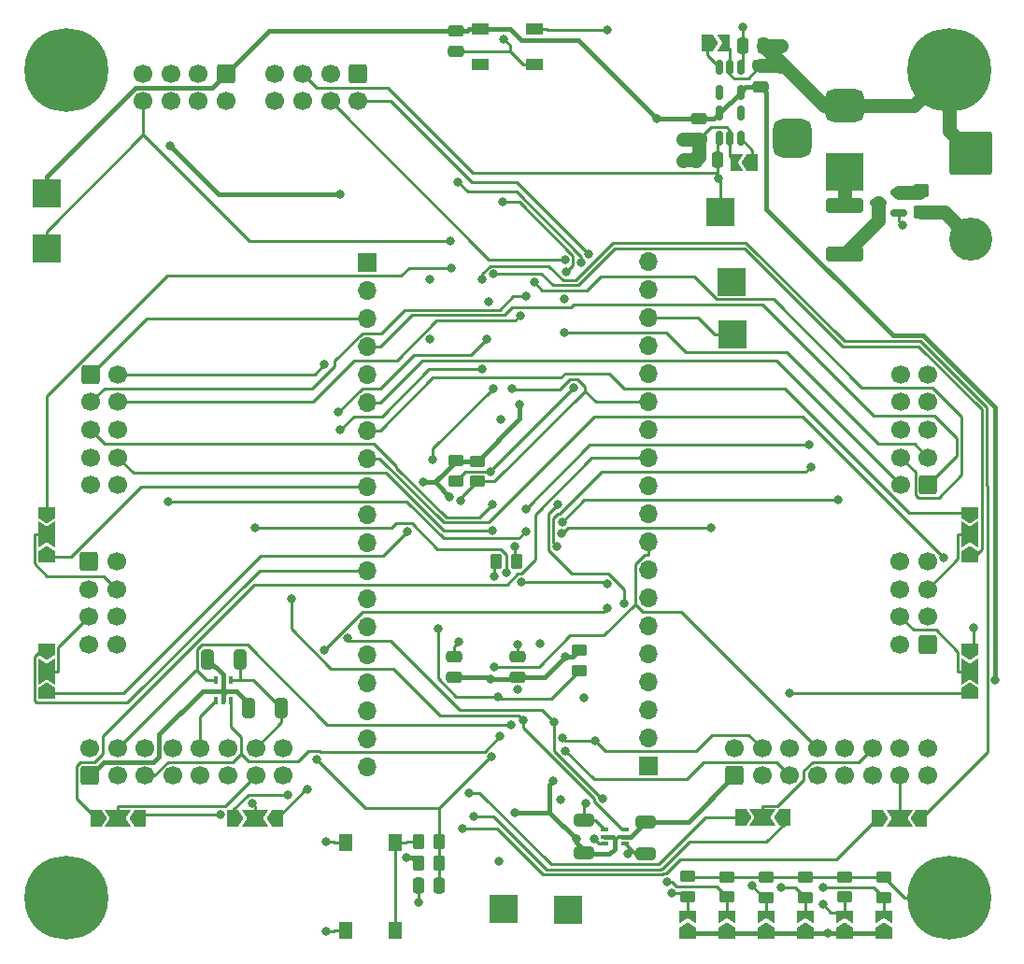
<source format=gbr>
%TF.GenerationSoftware,KiCad,Pcbnew,8.0.1-rc1*%
%TF.CreationDate,2024-04-06T08:28:56-04:00*%
%TF.ProjectId,ESP32_CHUNGUS_RAPIDUS,45535033-325f-4434-9855-4e4755535f52,rev?*%
%TF.SameCoordinates,Original*%
%TF.FileFunction,Copper,L1,Top*%
%TF.FilePolarity,Positive*%
%FSLAX46Y46*%
G04 Gerber Fmt 4.6, Leading zero omitted, Abs format (unit mm)*
G04 Created by KiCad (PCBNEW 8.0.1-rc1) date 2024-04-06 08:28:56*
%MOMM*%
%LPD*%
G01*
G04 APERTURE LIST*
G04 Aperture macros list*
%AMRoundRect*
0 Rectangle with rounded corners*
0 $1 Rounding radius*
0 $2 $3 $4 $5 $6 $7 $8 $9 X,Y pos of 4 corners*
0 Add a 4 corners polygon primitive as box body*
4,1,4,$2,$3,$4,$5,$6,$7,$8,$9,$2,$3,0*
0 Add four circle primitives for the rounded corners*
1,1,$1+$1,$2,$3*
1,1,$1+$1,$4,$5*
1,1,$1+$1,$6,$7*
1,1,$1+$1,$8,$9*
0 Add four rect primitives between the rounded corners*
20,1,$1+$1,$2,$3,$4,$5,0*
20,1,$1+$1,$4,$5,$6,$7,0*
20,1,$1+$1,$6,$7,$8,$9,0*
20,1,$1+$1,$8,$9,$2,$3,0*%
%AMFreePoly0*
4,1,6,1.000000,0.000000,0.500000,-0.750000,-0.500000,-0.750000,-0.500000,0.750000,0.500000,0.750000,1.000000,0.000000,1.000000,0.000000,$1*%
%AMFreePoly1*
4,1,7,0.700000,0.000000,1.200000,-0.750000,-1.200000,-0.750000,-0.700000,0.000000,-1.200000,0.750000,1.200000,0.750000,0.700000,0.000000,0.700000,0.000000,$1*%
%AMFreePoly2*
4,1,6,0.500000,-0.750000,-0.650000,-0.750000,-0.150000,0.000000,-0.650000,0.750000,0.500000,0.750000,0.500000,-0.750000,0.500000,-0.750000,$1*%
G04 Aperture macros list end*
%TA.AperFunction,SMDPad,CuDef*%
%ADD10RoundRect,0.250000X-0.450000X0.262500X-0.450000X-0.262500X0.450000X-0.262500X0.450000X0.262500X0*%
%TD*%
%TA.AperFunction,ComponentPad*%
%ADD11R,1.700000X1.700000*%
%TD*%
%TA.AperFunction,ComponentPad*%
%ADD12O,1.700000X1.700000*%
%TD*%
%TA.AperFunction,ComponentPad*%
%ADD13R,2.500000X2.500000*%
%TD*%
%TA.AperFunction,ComponentPad*%
%ADD14RoundRect,0.250000X0.600000X-0.600000X0.600000X0.600000X-0.600000X0.600000X-0.600000X-0.600000X0*%
%TD*%
%TA.AperFunction,ComponentPad*%
%ADD15C,1.700000*%
%TD*%
%TA.AperFunction,SMDPad,CuDef*%
%ADD16RoundRect,0.250000X0.450000X-0.262500X0.450000X0.262500X-0.450000X0.262500X-0.450000X-0.262500X0*%
%TD*%
%TA.AperFunction,SMDPad,CuDef*%
%ADD17RoundRect,0.250000X-0.325000X-0.650000X0.325000X-0.650000X0.325000X0.650000X-0.325000X0.650000X0*%
%TD*%
%TA.AperFunction,SMDPad,CuDef*%
%ADD18RoundRect,0.250000X-0.475000X0.250000X-0.475000X-0.250000X0.475000X-0.250000X0.475000X0.250000X0*%
%TD*%
%TA.AperFunction,ComponentPad*%
%ADD19C,7.600000*%
%TD*%
%TA.AperFunction,SMDPad,CuDef*%
%ADD20FreePoly0,0.000000*%
%TD*%
%TA.AperFunction,SMDPad,CuDef*%
%ADD21FreePoly1,0.000000*%
%TD*%
%TA.AperFunction,SMDPad,CuDef*%
%ADD22FreePoly0,180.000000*%
%TD*%
%TA.AperFunction,ComponentPad*%
%ADD23RoundRect,0.250002X-1.699998X1.699998X-1.699998X-1.699998X1.699998X-1.699998X1.699998X1.699998X0*%
%TD*%
%TA.AperFunction,ComponentPad*%
%ADD24C,3.900000*%
%TD*%
%TA.AperFunction,SMDPad,CuDef*%
%ADD25FreePoly0,90.000000*%
%TD*%
%TA.AperFunction,SMDPad,CuDef*%
%ADD26FreePoly2,90.000000*%
%TD*%
%TA.AperFunction,SMDPad,CuDef*%
%ADD27RoundRect,0.100000X-0.225000X-0.100000X0.225000X-0.100000X0.225000X0.100000X-0.225000X0.100000X0*%
%TD*%
%TA.AperFunction,SMDPad,CuDef*%
%ADD28R,1.500000X1.000000*%
%TD*%
%TA.AperFunction,SMDPad,CuDef*%
%ADD29RoundRect,0.250000X0.250000X0.475000X-0.250000X0.475000X-0.250000X-0.475000X0.250000X-0.475000X0*%
%TD*%
%TA.AperFunction,SMDPad,CuDef*%
%ADD30RoundRect,0.150000X0.587500X0.150000X-0.587500X0.150000X-0.587500X-0.150000X0.587500X-0.150000X0*%
%TD*%
%TA.AperFunction,SMDPad,CuDef*%
%ADD31RoundRect,0.150000X0.150000X-0.512500X0.150000X0.512500X-0.150000X0.512500X-0.150000X-0.512500X0*%
%TD*%
%TA.AperFunction,SMDPad,CuDef*%
%ADD32RoundRect,0.100000X0.100000X-0.225000X0.100000X0.225000X-0.100000X0.225000X-0.100000X-0.225000X0*%
%TD*%
%TA.AperFunction,SMDPad,CuDef*%
%ADD33FreePoly2,0.000000*%
%TD*%
%TA.AperFunction,SMDPad,CuDef*%
%ADD34FreePoly2,180.000000*%
%TD*%
%TA.AperFunction,SMDPad,CuDef*%
%ADD35RoundRect,0.250000X0.475000X-0.250000X0.475000X0.250000X-0.475000X0.250000X-0.475000X-0.250000X0*%
%TD*%
%TA.AperFunction,SMDPad,CuDef*%
%ADD36RoundRect,0.250000X-0.250000X-0.475000X0.250000X-0.475000X0.250000X0.475000X-0.250000X0.475000X0*%
%TD*%
%TA.AperFunction,SMDPad,CuDef*%
%ADD37FreePoly0,270.000000*%
%TD*%
%TA.AperFunction,SMDPad,CuDef*%
%ADD38FreePoly1,270.000000*%
%TD*%
%TA.AperFunction,SMDPad,CuDef*%
%ADD39RoundRect,0.150000X-0.150000X0.512500X-0.150000X-0.512500X0.150000X-0.512500X0.150000X0.512500X0*%
%TD*%
%TA.AperFunction,ComponentPad*%
%ADD40RoundRect,0.250000X-0.600000X-0.600000X0.600000X-0.600000X0.600000X0.600000X-0.600000X0.600000X0*%
%TD*%
%TA.AperFunction,SMDPad,CuDef*%
%ADD41RoundRect,0.250000X-0.650000X0.325000X-0.650000X-0.325000X0.650000X-0.325000X0.650000X0.325000X0*%
%TD*%
%TA.AperFunction,SMDPad,CuDef*%
%ADD42FreePoly1,90.000000*%
%TD*%
%TA.AperFunction,ComponentPad*%
%ADD43RoundRect,0.250000X0.600000X0.600000X-0.600000X0.600000X-0.600000X-0.600000X0.600000X-0.600000X0*%
%TD*%
%TA.AperFunction,SMDPad,CuDef*%
%ADD44RoundRect,0.250000X0.262500X0.450000X-0.262500X0.450000X-0.262500X-0.450000X0.262500X-0.450000X0*%
%TD*%
%TA.AperFunction,SMDPad,CuDef*%
%ADD45RoundRect,0.250000X-0.450000X0.350000X-0.450000X-0.350000X0.450000X-0.350000X0.450000X0.350000X0*%
%TD*%
%TA.AperFunction,ComponentPad*%
%ADD46RoundRect,0.250000X-0.600000X0.600000X-0.600000X-0.600000X0.600000X-0.600000X0.600000X0.600000X0*%
%TD*%
%TA.AperFunction,ComponentPad*%
%ADD47R,3.500000X3.500000*%
%TD*%
%TA.AperFunction,ComponentPad*%
%ADD48RoundRect,0.750000X-1.000000X0.750000X-1.000000X-0.750000X1.000000X-0.750000X1.000000X0.750000X0*%
%TD*%
%TA.AperFunction,ComponentPad*%
%ADD49RoundRect,0.875000X-0.875000X0.875000X-0.875000X-0.875000X0.875000X-0.875000X0.875000X0.875000X0*%
%TD*%
%TA.AperFunction,SMDPad,CuDef*%
%ADD50RoundRect,0.250000X-1.450000X0.400000X-1.450000X-0.400000X1.450000X-0.400000X1.450000X0.400000X0*%
%TD*%
%TA.AperFunction,SMDPad,CuDef*%
%ADD51RoundRect,0.250000X-0.262500X-0.450000X0.262500X-0.450000X0.262500X0.450000X-0.262500X0.450000X0*%
%TD*%
%TA.AperFunction,SMDPad,CuDef*%
%ADD52R,1.300000X1.550000*%
%TD*%
%TA.AperFunction,SMDPad,CuDef*%
%ADD53FreePoly1,180.000000*%
%TD*%
%TA.AperFunction,SMDPad,CuDef*%
%ADD54RoundRect,0.250000X0.650000X-0.325000X0.650000X0.325000X-0.650000X0.325000X-0.650000X-0.325000X0*%
%TD*%
%TA.AperFunction,ViaPad*%
%ADD55C,0.800000*%
%TD*%
%TA.AperFunction,Conductor*%
%ADD56C,0.250000*%
%TD*%
%TA.AperFunction,Conductor*%
%ADD57C,1.300000*%
%TD*%
%TA.AperFunction,Conductor*%
%ADD58C,0.400000*%
%TD*%
%TA.AperFunction,Conductor*%
%ADD59C,0.300000*%
%TD*%
G04 APERTURE END LIST*
D10*
%TO.P,A0,1*%
%TO.N,GND*%
X96430000Y-95786500D03*
%TO.P,A0,2*%
%TO.N,Net-(JP501-B)*%
X96430000Y-97611500D03*
%TD*%
D11*
%TO.P,J401,1,Pin_1*%
%TO.N,Vcc_3v3*%
X67390000Y-40110000D03*
D12*
%TO.P,J401,2,Pin_2*%
%TO.N,Enable*%
X67390000Y-42650000D03*
%TO.P,J401,3,Pin_3*%
%TO.N,MD_Han_Gau_CT*%
X67390000Y-45190000D03*
%TO.P,J401,4,Pin_4*%
%TO.N,MD_Han_Dro_CT*%
X67390000Y-47730000D03*
%TO.P,J401,5,Pin_5*%
%TO.N,MD_Gen_Gau_CT*%
X67390000Y-50270000D03*
%TO.P,J401,6,Pin_6*%
%TO.N,MD_Gen_Dro_CT*%
X67390000Y-52810000D03*
%TO.P,J401,7,Pin_7*%
%TO.N,GPIO32*%
X67390000Y-55350000D03*
%TO.P,J401,8,Pin_8*%
%TO.N,GPIO33*%
X67390000Y-57890000D03*
%TO.P,J401,9,Pin_9*%
%TO.N,GPIO25*%
X67390000Y-60430000D03*
%TO.P,J401,10,Pin_10*%
%TO.N,I2C_SDA_2*%
X67390000Y-62970000D03*
%TO.P,J401,11,Pin_11*%
%TO.N,I2C_SCL_2*%
X67390000Y-65510000D03*
%TO.P,J401,12,Pin_12*%
%TO.N,GPIO14*%
X67390000Y-68050000D03*
%TO.P,J401,13,Pin_13*%
%TO.N,GPIO12*%
X67390000Y-70590000D03*
%TO.P,J401,14,Pin_14*%
%TO.N,GND*%
X67390000Y-73130000D03*
%TO.P,J401,15,Pin_15*%
%TO.N,GPIO13*%
X67390000Y-75670000D03*
%TO.P,J401,16,Pin_16*%
%TO.N,unconnected-(J401-Pin_16-Pad16)*%
X67390000Y-78210000D03*
%TO.P,J401,17,Pin_17*%
%TO.N,unconnected-(J401-Pin_17-Pad17)*%
X67390000Y-80750000D03*
%TO.P,J401,18,Pin_18*%
%TO.N,unconnected-(J401-Pin_18-Pad18)*%
X67390000Y-83290000D03*
%TO.P,J401,19,Pin_19*%
%TO.N,Vcc_5V*%
X67390000Y-85830000D03*
%TD*%
D13*
%TO.P,TP407,1,1*%
%TO.N,M_SCL_I2C_3*%
X85600000Y-98800000D03*
%TD*%
%TO.P,TP404,1,1*%
%TO.N,I2C_SCL_1*%
X100430000Y-46660000D03*
%TD*%
D14*
%TO.P,I2C & Enco Droite,1,Pin_1*%
%TO.N,Vcc_3v3*%
X100650000Y-86660000D03*
D15*
%TO.P,I2C & Enco Droite,2,Pin_2*%
%TO.N,GND*%
X103150000Y-86660000D03*
%TO.P,I2C & Enco Droite,3,Pin_3*%
%TO.N,M_SCL_I2C_2*%
X105650000Y-86660000D03*
%TO.P,I2C & Enco Droite,4,Pin_4*%
%TO.N,GND*%
X108150000Y-86660000D03*
%TO.P,I2C & Enco Droite,5,Pin_5*%
%TO.N,Vcc_3v3*%
X110650000Y-86660000D03*
%TO.P,I2C & Enco Droite,6,Pin_6*%
%TO.N,GND*%
X113150000Y-86660000D03*
%TO.P,I2C & Enco Droite,7,Pin_7*%
%TO.N,ENC_Gen_Dro_IntA*%
X115650000Y-86660000D03*
%TO.P,I2C & Enco Droite,8,Pin_8*%
%TO.N,GND*%
X118150000Y-86660000D03*
%TO.P,I2C & Enco Droite,9,Pin_9*%
X100650000Y-84160000D03*
%TO.P,I2C & Enco Droite,10,Pin_10*%
%TO.N,M_SDA_I2C_2*%
X103150000Y-84160000D03*
%TO.P,I2C & Enco Droite,11,Pin_11*%
%TO.N,GND*%
X105650000Y-84160000D03*
%TO.P,I2C & Enco Droite,12,Pin_12*%
%TO.N,GPIO17*%
X108150000Y-84160000D03*
%TO.P,I2C & Enco Droite,13,Pin_13*%
%TO.N,GND*%
X110650000Y-84160000D03*
%TO.P,I2C & Enco Droite,14,Pin_14*%
%TO.N,ENC_Gen_Dro_IntB*%
X113150000Y-84160000D03*
%TO.P,I2C & Enco Droite,15,Pin_15*%
%TO.N,GND*%
X115650000Y-84160000D03*
%TO.P,I2C & Enco Droite,16,Pin_16*%
%TO.N,unconnected-(J305-Pin_16-Pad16)*%
X118150000Y-84160000D03*
%TD*%
D16*
%TO.P,R515,1*%
%TO.N,I2C_SCL_1*%
X75400000Y-59951500D03*
%TO.P,R515,2*%
%TO.N,Vcc_3v3*%
X75400000Y-58126500D03*
%TD*%
D10*
%TO.P,A4,1*%
%TO.N,GND*%
X110650000Y-95846500D03*
%TO.P,A4,2*%
%TO.N,Net-(JP507-B)*%
X110650000Y-97671500D03*
%TD*%
D17*
%TO.P,C205,1*%
%TO.N,Vcc_3v3*%
X52925000Y-76100000D03*
%TO.P,C205,2*%
%TO.N,GND*%
X55875000Y-76100000D03*
%TD*%
D18*
%TO.P,C401,1*%
%TO.N,Vcc_3v3*%
X75400000Y-19110000D03*
%TO.P,C401,2*%
%TO.N,GND*%
X75400000Y-21010000D03*
%TD*%
%TO.P,C203,1*%
%TO.N,Vcc_3v3*%
X97450000Y-27112500D03*
%TO.P,C203,2*%
%TO.N,GND*%
X97450000Y-29012500D03*
%TD*%
D19*
%TO.P,H301,1,1*%
%TO.N,GND*%
X40100000Y-22700000D03*
%TD*%
D17*
%TO.P,C208,1*%
%TO.N,Vcc_3v3*%
X56625000Y-80500000D03*
%TO.P,C208,2*%
%TO.N,GND*%
X59575000Y-80500000D03*
%TD*%
D20*
%TO.P,JP408,1,A*%
%TO.N,GPIO19*%
X42800000Y-90500000D03*
D21*
%TO.P,JP408,2,C*%
%TO.N,ENC_Gen_Gau_IntA*%
X44800000Y-90500000D03*
D22*
%TO.P,JP408,3,B*%
%TO.N,INTA_GG*%
X46800000Y-90500000D03*
%TD*%
D19*
%TO.P,H303,1,1*%
%TO.N,GND*%
X40100000Y-97700000D03*
%TD*%
D10*
%TO.P,A5,1*%
%TO.N,GND*%
X114180000Y-95866500D03*
%TO.P,A5,2*%
%TO.N,Net-(JP508-B)*%
X114180000Y-97691500D03*
%TD*%
D23*
%TO.P,J202,1,Pin_1*%
%TO.N,GND*%
X122100000Y-30200000D03*
D24*
%TO.P,J202,2,Pin_2*%
%TO.N,Vcc_5V*%
X122100000Y-38000000D03*
%TD*%
D19*
%TO.P,H304,1,1*%
%TO.N,GND*%
X120100000Y-97700000D03*
%TD*%
D25*
%TO.P,JP505,1,A*%
%TO.N,Vcc_3v3*%
X103530000Y-100899000D03*
D26*
%TO.P,JP505,2,B*%
%TO.N,Net-(JP505-B)*%
X103530000Y-99449000D03*
%TD*%
D25*
%TO.P,JP508,1,A*%
%TO.N,Vcc_3v3*%
X114180000Y-100899000D03*
D26*
%TO.P,JP508,2,B*%
%TO.N,Net-(JP508-B)*%
X114180000Y-99449000D03*
%TD*%
D27*
%TO.P,D402,1,A1*%
%TO.N,GND*%
X88850000Y-91550000D03*
%TO.P,D402,2,K2*%
%TO.N,Vcc_3v3*%
X88850000Y-92200000D03*
%TO.P,D402,3,K1A2*%
%TO.N,M_SCL_I2C_0*%
X88850000Y-92850000D03*
%TO.P,D402,4,A3*%
%TO.N,GND*%
X90750000Y-92850000D03*
%TO.P,D402,5,K4*%
%TO.N,Vcc_3v3*%
X90750000Y-92200000D03*
%TO.P,D402,6,K3A4*%
%TO.N,M_SDA_I2C_0*%
X90750000Y-91550000D03*
%TD*%
D28*
%TO.P,D401,1,VSS*%
%TO.N,GND*%
X82550000Y-22200000D03*
%TO.P,D401,2,DIN*%
%TO.N,GPIO5*%
X82550000Y-19000000D03*
%TO.P,D401,3,VDD*%
%TO.N,Vcc_3v3*%
X77650000Y-19000000D03*
%TO.P,D401,4,DO*%
%TO.N,unconnected-(D401-DO-Pad4)*%
X77650000Y-22200000D03*
%TD*%
D29*
%TO.P,C201,1*%
%TO.N,Vcc_5V*%
X99100000Y-30862500D03*
%TO.P,C201,2*%
%TO.N,GND*%
X97200000Y-30862500D03*
%TD*%
D30*
%TO.P,Q201,1,G*%
%TO.N,GND*%
X115537500Y-35675000D03*
%TO.P,Q201,2,S*%
%TO.N,Net-(Q201-S)*%
X115537500Y-33775000D03*
%TO.P,Q201,3,D*%
%TO.N,Net-(Q201-D)*%
X113662500Y-34725000D03*
%TD*%
D25*
%TO.P,JP502,1,A*%
%TO.N,Vcc_3v3*%
X99980000Y-100899000D03*
D26*
%TO.P,JP502,2,B*%
%TO.N,Net-(JP502-B)*%
X99980000Y-99449000D03*
%TD*%
D13*
%TO.P,TP406,1,1*%
%TO.N,GPIO17*%
X38300000Y-38900000D03*
%TD*%
D31*
%TO.P,U202,1,VIN*%
%TO.N,Vcc_5V*%
X99300000Y-28900000D03*
%TO.P,U202,2,GND*%
%TO.N,GND*%
X100250000Y-28900000D03*
%TO.P,U202,3,EN*%
%TO.N,Net-(JP202-A)*%
X101200000Y-28900000D03*
%TO.P,U202,4,NC*%
%TO.N,unconnected-(U202-NC-Pad4)*%
X101200000Y-26625000D03*
%TO.P,U202,5,VOUT*%
%TO.N,Vcc_3v3*%
X99300000Y-26625000D03*
%TD*%
D25*
%TO.P,JP506,1,A*%
%TO.N,Vcc_3v3*%
X107080000Y-100899000D03*
D26*
%TO.P,JP506,2,B*%
%TO.N,Net-(JP506-B)*%
X107080000Y-99449000D03*
%TD*%
D32*
%TO.P,D404,1,A1*%
%TO.N,GND*%
X53687500Y-79887500D03*
%TO.P,D404,2,K2*%
%TO.N,Vcc_3v3*%
X54337500Y-79887500D03*
%TO.P,D404,3,K1A2*%
%TO.N,M_SCL_I2C_1*%
X54987500Y-79887500D03*
%TO.P,D404,4,A3*%
%TO.N,GND*%
X54987500Y-77987500D03*
%TO.P,D404,5,K4*%
%TO.N,Vcc_3v3*%
X54337500Y-77987500D03*
%TO.P,D404,6,K3A4*%
%TO.N,M_SDA_I2C_1*%
X53687500Y-77987500D03*
%TD*%
D13*
%TO.P,TP408,1,1*%
%TO.N,M_SDA_I2C_3*%
X79700000Y-98700000D03*
%TD*%
D20*
%TO.P,JP201,1,A*%
%TO.N,Net-(JP201-A)*%
X98225000Y-20262500D03*
D33*
%TO.P,JP201,2,B*%
%TO.N,GND*%
X99675000Y-20262500D03*
%TD*%
D29*
%TO.P,C402,1*%
%TO.N,GPIO17*%
X73900000Y-96620000D03*
%TO.P,C402,2*%
%TO.N,GND*%
X72000000Y-96620000D03*
%TD*%
D22*
%TO.P,JP202,1,A*%
%TO.N,Net-(JP202-A)*%
X102275000Y-31062500D03*
D34*
%TO.P,JP202,2,B*%
%TO.N,GND*%
X100825000Y-31062500D03*
%TD*%
D10*
%TO.P,A2,1*%
%TO.N,GND*%
X103510000Y-95876500D03*
%TO.P,A2,2*%
%TO.N,Net-(JP505-B)*%
X103510000Y-97701500D03*
%TD*%
D35*
%TO.P,C210,1*%
%TO.N,Vcc_3v3*%
X75200000Y-77750000D03*
%TO.P,C210,2*%
%TO.N,GND*%
X75200000Y-75850000D03*
%TD*%
D36*
%TO.P,C202,1*%
%TO.N,Vcc_5V*%
X101400000Y-20462500D03*
%TO.P,C202,2*%
%TO.N,GND*%
X103300000Y-20462500D03*
%TD*%
D37*
%TO.P,JP402,1,A*%
%TO.N,GPIO32*%
X121980000Y-62800000D03*
D38*
%TO.P,JP402,2,C*%
%TO.N,ENC_Han_Dro_IntA*%
X121980000Y-64800000D03*
D25*
%TO.P,JP402,3,B*%
%TO.N,INTA_HD*%
X121980000Y-66800000D03*
%TD*%
D35*
%TO.P,C207,1*%
%TO.N,Vcc_3v3*%
X81000000Y-77750000D03*
%TO.P,C207,2*%
%TO.N,GND*%
X81000000Y-75850000D03*
%TD*%
D39*
%TO.P,U201,1,VIN*%
%TO.N,Vcc_5V*%
X101200000Y-22425000D03*
%TO.P,U201,2,GND*%
%TO.N,GND*%
X100250000Y-22425000D03*
%TO.P,U201,3,EN*%
%TO.N,Net-(JP201-A)*%
X99300000Y-22425000D03*
%TO.P,U201,4,NC*%
%TO.N,unconnected-(U201-NC-Pad4)*%
X99300000Y-24700000D03*
%TO.P,U201,5,VOUT*%
%TO.N,Vcc_3v3*%
X101200000Y-24700000D03*
%TD*%
D40*
%TO.P,MD Gauche,1,Pin_1*%
%TO.N,MD_Han_Gau_CT*%
X42300000Y-50300000D03*
D15*
%TO.P,MD Gauche,2,Pin_2*%
%TO.N,MD_Han_Gau_EN*%
X42300000Y-52800000D03*
%TO.P,MD Gauche,3,Pin_3*%
%TO.N,MD_Han_Gau_INA*%
X42300000Y-55300000D03*
%TO.P,MD Gauche,4,Pin_4*%
%TO.N,MD_Han_Gau_INB*%
X42300000Y-57800000D03*
%TO.P,MD Gauche,5,Pin_5*%
%TO.N,GND*%
X42300000Y-60300000D03*
%TO.P,MD Gauche,6,Pin_6*%
%TO.N,MD_Gen_Gau_CT*%
X44800000Y-50300000D03*
%TO.P,MD Gauche,7,Pin_7*%
%TO.N,MD_Gen_Gau_EN*%
X44800000Y-52800000D03*
%TO.P,MD Gauche,8,Pin_8*%
%TO.N,MD_Gen_Gau_INA*%
X44800000Y-55300000D03*
%TO.P,MD Gauche,9,Pin_9*%
%TO.N,MD_Gen_Gau_INB*%
X44800000Y-57800000D03*
%TO.P,MD Gauche,10,Pin_10*%
%TO.N,GND*%
X44800000Y-60300000D03*
%TD*%
D41*
%TO.P,C224,1*%
%TO.N,Vcc_3v3*%
X92600000Y-90825000D03*
%TO.P,C224,2*%
%TO.N,GND*%
X92600000Y-93775000D03*
%TD*%
D13*
%TO.P,TP405,1,1*%
%TO.N,I2C_SDA_1*%
X100410000Y-41890000D03*
%TD*%
D25*
%TO.P,JP403,1,A*%
%TO.N,GPIO25*%
X38300000Y-66800000D03*
D42*
%TO.P,JP403,2,C*%
%TO.N,ENC_Han_Gau_IntB*%
X38300000Y-64800000D03*
D37*
%TO.P,JP403,3,B*%
%TO.N,INTB_HG*%
X38300000Y-62800000D03*
%TD*%
D20*
%TO.P,JP407,1,A*%
%TO.N,GPIO4*%
X55200000Y-90500000D03*
D21*
%TO.P,JP407,2,C*%
%TO.N,ENC_Gen_Gau_IntB*%
X57200000Y-90500000D03*
D22*
%TO.P,JP407,3,B*%
%TO.N,INTB_GG*%
X59200000Y-90500000D03*
%TD*%
D43*
%TO.P,Enco Han Dro,1,Pin_1*%
%TO.N,Vcc_3v3*%
X118160000Y-74750000D03*
D15*
%TO.P,Enco Han Dro,2,Pin_2*%
%TO.N,GND*%
X118160000Y-72250000D03*
%TO.P,Enco Han Dro,3,Pin_3*%
%TO.N,ENC_Han_Dro_IntA*%
X118160000Y-69750000D03*
%TO.P,Enco Han Dro,4,Pin_4*%
%TO.N,GND*%
X118160000Y-67250000D03*
%TO.P,Enco Han Dro,5,Pin_5*%
X115660000Y-74750000D03*
%TO.P,Enco Han Dro,6,Pin_6*%
%TO.N,ENC_Han_Dro_IntB*%
X115660000Y-72250000D03*
%TO.P,Enco Han Dro,7,Pin_7*%
%TO.N,GND*%
X115660000Y-69750000D03*
%TO.P,Enco Han Dro,8,Pin_8*%
%TO.N,unconnected-(J306-Pin_8-Pad8)*%
X115660000Y-67250000D03*
%TD*%
D10*
%TO.P,R411,1*%
%TO.N,Vcc_3v3*%
X86600000Y-75287500D03*
%TO.P,R411,2*%
%TO.N,I2C_SCL_1*%
X86600000Y-77112500D03*
%TD*%
D44*
%TO.P,R414,1*%
%TO.N,GPIO17*%
X73862500Y-92620000D03*
%TO.P,R414,2*%
%TO.N,Net-(R414-Pad2)*%
X72037500Y-92620000D03*
%TD*%
D40*
%TO.P,Enc Hanc Gau,1,Pin_1*%
%TO.N,Vcc_3v3*%
X42140000Y-67250000D03*
D15*
%TO.P,Enc Hanc Gau,2,Pin_2*%
%TO.N,GND*%
X42140000Y-69750000D03*
%TO.P,Enc Hanc Gau,3,Pin_3*%
%TO.N,ENC_Han_Gau_IntA*%
X42140000Y-72250000D03*
%TO.P,Enc Hanc Gau,4,Pin_4*%
%TO.N,GND*%
X42140000Y-74750000D03*
%TO.P,Enc Hanc Gau,5,Pin_5*%
X44640000Y-67250000D03*
%TO.P,Enc Hanc Gau,6,Pin_6*%
%TO.N,ENC_Han_Gau_IntB*%
X44640000Y-69750000D03*
%TO.P,Enc Hanc Gau,7,Pin_7*%
%TO.N,GND*%
X44640000Y-72250000D03*
%TO.P,Enc Hanc Gau,8,Pin_8*%
%TO.N,unconnected-(J303-Pin_8-Pad8)*%
X44640000Y-74750000D03*
%TD*%
D43*
%TO.P,MD Droite,1,Pin_1*%
%TO.N,MD_Han_Dro_CT*%
X118200000Y-60300000D03*
D15*
%TO.P,MD Droite,2,Pin_2*%
%TO.N,MD_Han_Dro_EN*%
X118200000Y-57800000D03*
%TO.P,MD Droite,3,Pin_3*%
%TO.N,MD_Han_Dro_INA*%
X118200000Y-55300000D03*
%TO.P,MD Droite,4,Pin_4*%
%TO.N,MD_Han_Dro_INB*%
X118200000Y-52800000D03*
%TO.P,MD Droite,5,Pin_5*%
%TO.N,GND*%
X118200000Y-50300000D03*
%TO.P,MD Droite,6,Pin_6*%
%TO.N,MD_Gen_Dro_CT*%
X115700000Y-60300000D03*
%TO.P,MD Droite,7,Pin_7*%
%TO.N,MD_Gen_Dro_EN*%
X115700000Y-57800000D03*
%TO.P,MD Droite,8,Pin_8*%
%TO.N,MD_Gen_Dro_INA*%
X115700000Y-55300000D03*
%TO.P,MD Droite,9,Pin_9*%
%TO.N,MD_Gen_Dro_INB*%
X115700000Y-52800000D03*
%TO.P,MD Droite,10,Pin_10*%
%TO.N,GND*%
X115700000Y-50300000D03*
%TD*%
D19*
%TO.P,H302,1,1*%
%TO.N,GND*%
X120100000Y-22700000D03*
%TD*%
D10*
%TO.P,A3,1*%
%TO.N,GND*%
X107090000Y-95866500D03*
%TO.P,A3,2*%
%TO.N,Net-(JP506-B)*%
X107090000Y-97691500D03*
%TD*%
D45*
%TO.P,FB201,1*%
%TO.N,Net-(Q201-S)*%
X117600000Y-33600000D03*
%TO.P,FB201,2*%
%TO.N,Vcc_5V*%
X117600000Y-35600000D03*
%TD*%
D46*
%TO.P,J307,1,Pin_1*%
%TO.N,Vcc_3v3*%
X54550000Y-23040000D03*
D15*
%TO.P,J307,2,Pin_2*%
%TO.N,GND*%
X52050000Y-23040000D03*
%TO.P,J307,3,Pin_3*%
%TO.N,M_SCL_I2C_0*%
X49550000Y-23040000D03*
%TO.P,J307,4,Pin_4*%
%TO.N,GND*%
X47050000Y-23040000D03*
%TO.P,J307,5,Pin_5*%
X54550000Y-25540000D03*
%TO.P,J307,6,Pin_6*%
%TO.N,M_SDA_I2C_0*%
X52050000Y-25540000D03*
%TO.P,J307,7,Pin_7*%
%TO.N,GND*%
X49550000Y-25540000D03*
%TO.P,J307,8,Pin_8*%
%TO.N,GPIO17*%
X47050000Y-25540000D03*
%TD*%
D47*
%TO.P,J201,1*%
%TO.N,VBUS*%
X110600000Y-31900000D03*
D48*
%TO.P,J201,2*%
%TO.N,GND*%
X110600000Y-25900000D03*
D49*
%TO.P,J201,3*%
%TO.N,N/C*%
X105900000Y-28900000D03*
%TD*%
D50*
%TO.P,F201,1*%
%TO.N,VBUS*%
X110600000Y-34975000D03*
%TO.P,F201,2*%
%TO.N,Net-(Q201-D)*%
X110600000Y-39425000D03*
%TD*%
D51*
%TO.P,R516,1*%
%TO.N,GND*%
X79047500Y-67249000D03*
%TO.P,R516,2*%
%TO.N,Net-(U502-~{OE})*%
X80872500Y-67249000D03*
%TD*%
D52*
%TO.P,SW401,1,1*%
%TO.N,GND*%
X65400000Y-100700000D03*
X65400000Y-92740000D03*
%TO.P,SW401,2,2*%
%TO.N,Net-(R414-Pad2)*%
X69900000Y-100700000D03*
X69900000Y-92740000D03*
%TD*%
D46*
%TO.P,J308,1,Pin_1*%
%TO.N,R_Gen_Gau*%
X66520000Y-23030000D03*
D15*
%TO.P,J308,2,Pin_2*%
%TO.N,R_Han_Gau*%
X64020000Y-23030000D03*
%TO.P,J308,3,Pin_3*%
%TO.N,Vcc_5V*%
X61520000Y-23030000D03*
%TO.P,J308,4,Pin_4*%
%TO.N,unconnected-(J308-Pin_4-Pad4)*%
X59020000Y-23030000D03*
%TO.P,J308,5,Pin_5*%
%TO.N,R_Han_Dro*%
X66520000Y-25530000D03*
%TO.P,J308,6,Pin_6*%
%TO.N,R_Gen_Dro*%
X64020000Y-25530000D03*
%TO.P,J308,7,Pin_7*%
%TO.N,GND*%
X61520000Y-25530000D03*
%TO.P,J308,8,Pin_8*%
%TO.N,unconnected-(J308-Pin_8-Pad8)*%
X59020000Y-25530000D03*
%TD*%
D16*
%TO.P,R514,1*%
%TO.N,I2C_SDA_1*%
X77360000Y-59971500D03*
%TO.P,R514,2*%
%TO.N,Vcc_3v3*%
X77360000Y-58146500D03*
%TD*%
D22*
%TO.P,JP405,1,A*%
%TO.N,GPIO12*%
X105200000Y-90480000D03*
D53*
%TO.P,JP405,2,C*%
%TO.N,ENC_Gen_Dro_IntB*%
X103200000Y-90480000D03*
D20*
%TO.P,JP405,3,B*%
%TO.N,INTB_GD*%
X101200000Y-90480000D03*
%TD*%
D25*
%TO.P,JP501,1,A*%
%TO.N,Vcc_3v3*%
X96430000Y-100899000D03*
D26*
%TO.P,JP501,2,B*%
%TO.N,Net-(JP501-B)*%
X96430000Y-99449000D03*
%TD*%
D25*
%TO.P,JP507,1,A*%
%TO.N,Vcc_3v3*%
X110630000Y-100899000D03*
D26*
%TO.P,JP507,2,B*%
%TO.N,Net-(JP507-B)*%
X110630000Y-99449000D03*
%TD*%
D14*
%TO.P,I2C & Enco gauche,1,Pin_1*%
%TO.N,Vcc_3v3*%
X42250000Y-86660000D03*
D15*
%TO.P,I2C & Enco gauche,2,Pin_2*%
%TO.N,GND*%
X44750000Y-86660000D03*
%TO.P,I2C & Enco gauche,3,Pin_3*%
%TO.N,M_SCL_I2C_1*%
X47250000Y-86660000D03*
%TO.P,I2C & Enco gauche,4,Pin_4*%
%TO.N,GND*%
X49750000Y-86660000D03*
%TO.P,I2C & Enco gauche,5,Pin_5*%
%TO.N,Vcc_3v3*%
X52250000Y-86660000D03*
%TO.P,I2C & Enco gauche,6,Pin_6*%
%TO.N,GND*%
X54750000Y-86660000D03*
%TO.P,I2C & Enco gauche,7,Pin_7*%
%TO.N,ENC_Gen_Gau_IntA*%
X57250000Y-86660000D03*
%TO.P,I2C & Enco gauche,8,Pin_8*%
%TO.N,GND*%
X59750000Y-86660000D03*
%TO.P,I2C & Enco gauche,9,Pin_9*%
X42250000Y-84160000D03*
%TO.P,I2C & Enco gauche,10,Pin_10*%
%TO.N,M_SDA_I2C_1*%
X44750000Y-84160000D03*
%TO.P,I2C & Enco gauche,11,Pin_11*%
%TO.N,GND*%
X47250000Y-84160000D03*
%TO.P,I2C & Enco gauche,12,Pin_12*%
%TO.N,GPIO17*%
X49750000Y-84160000D03*
%TO.P,I2C & Enco gauche,13,Pin_13*%
%TO.N,GND*%
X52250000Y-84160000D03*
%TO.P,I2C & Enco gauche,14,Pin_14*%
%TO.N,ENC_Gen_Gau_IntB*%
X54750000Y-84160000D03*
%TO.P,I2C & Enco gauche,15,Pin_15*%
%TO.N,GND*%
X57250000Y-84160000D03*
%TO.P,I2C & Enco gauche,16,Pin_16*%
%TO.N,unconnected-(J302-Pin_16-Pad16)*%
X59750000Y-84160000D03*
%TD*%
D35*
%TO.P,C204,1*%
%TO.N,Vcc_3v3*%
X103050000Y-24212500D03*
%TO.P,C204,2*%
%TO.N,GND*%
X103050000Y-22312500D03*
%TD*%
D10*
%TO.P,A1,1*%
%TO.N,GND*%
X99980000Y-95836500D03*
%TO.P,A1,2*%
%TO.N,Net-(JP502-B)*%
X99980000Y-97661500D03*
%TD*%
D13*
%TO.P,TP403,1,1*%
%TO.N,Vcc_5V*%
X99400000Y-35580000D03*
%TD*%
D20*
%TO.P,JP406,1,A*%
%TO.N,GPIO13*%
X113600000Y-90500000D03*
D21*
%TO.P,JP406,2,C*%
%TO.N,ENC_Gen_Dro_IntA*%
X115600000Y-90500000D03*
D22*
%TO.P,JP406,3,B*%
%TO.N,INTA_GD*%
X117600000Y-90500000D03*
%TD*%
D37*
%TO.P,JP401,1,A*%
%TO.N,GPIO33*%
X121980000Y-75200000D03*
D38*
%TO.P,JP401,2,C*%
%TO.N,ENC_Han_Dro_IntB*%
X121980000Y-77200000D03*
D25*
%TO.P,JP401,3,B*%
%TO.N,INTB_HD*%
X121980000Y-79200000D03*
%TD*%
D13*
%TO.P,TP401,1,1*%
%TO.N,Vcc_3v3*%
X38300000Y-33900000D03*
%TD*%
D51*
%TO.P,R415,1*%
%TO.N,Vcc_3v3*%
X72037500Y-94620000D03*
%TO.P,R415,2*%
%TO.N,GPIO17*%
X73862500Y-94620000D03*
%TD*%
D11*
%TO.P,J402,1,Pin_1*%
%TO.N,CLK*%
X92850000Y-85800000D03*
D12*
%TO.P,J402,2,Pin_2*%
%TO.N,unconnected-(J402-Pin_2-Pad2)*%
X92850000Y-83260000D03*
%TO.P,J402,3,Pin_3*%
%TO.N,unconnected-(J402-Pin_3-Pad3)*%
X92850000Y-80720000D03*
%TO.P,J402,4,Pin_4*%
%TO.N,GPIO15*%
X92850000Y-78180000D03*
%TO.P,J402,5,Pin_5*%
%TO.N,Out_EN_PCA*%
X92850000Y-75640000D03*
%TO.P,J402,6,Pin_6*%
%TO.N,unconnected-(J402-Pin_6-Pad6)*%
X92850000Y-73100000D03*
%TO.P,J402,7,Pin_7*%
%TO.N,GPIO4*%
X92850000Y-70560000D03*
%TO.P,J402,8,Pin_8*%
%TO.N,GPIO16*%
X92850000Y-68020000D03*
%TO.P,J402,9,Pin_9*%
%TO.N,GPIO17*%
X92850000Y-65480000D03*
%TO.P,J402,10,Pin_10*%
%TO.N,GPIO5*%
X92850000Y-62940000D03*
%TO.P,J402,11,Pin_11*%
%TO.N,GPIO18*%
X92850000Y-60400000D03*
%TO.P,J402,12,Pin_12*%
%TO.N,GPIO19*%
X92850000Y-57860000D03*
%TO.P,J402,13,Pin_13*%
%TO.N,GND*%
X92850000Y-55320000D03*
%TO.P,J402,14,Pin_14*%
%TO.N,I2C_SDA_1*%
X92850000Y-52780000D03*
%TO.P,J402,15,Pin_15*%
%TO.N,unconnected-(J402-Pin_15-Pad15)*%
X92850000Y-50240000D03*
%TO.P,J402,16,Pin_16*%
%TO.N,unconnected-(J402-Pin_16-Pad16)*%
X92850000Y-47700000D03*
%TO.P,J402,17,Pin_17*%
%TO.N,I2C_SCL_1*%
X92850000Y-45160000D03*
%TO.P,J402,18,Pin_18*%
%TO.N,Int_PCA*%
X92850000Y-42620000D03*
%TO.P,J402,19,Pin_19*%
%TO.N,GND*%
X92850000Y-40080000D03*
%TD*%
D37*
%TO.P,JP404,1,A*%
%TO.N,GPIO14*%
X38300000Y-75200000D03*
D38*
%TO.P,JP404,2,C*%
%TO.N,ENC_Han_Gau_IntA*%
X38300000Y-77200000D03*
D25*
%TO.P,JP404,3,B*%
%TO.N,INTA_HG*%
X38300000Y-79200000D03*
%TD*%
D54*
%TO.P,C216,1*%
%TO.N,Vcc_3v3*%
X87000000Y-93675000D03*
%TO.P,C216,2*%
%TO.N,GND*%
X87000000Y-90725000D03*
%TD*%
D55*
%TO.N,GND*%
X96000000Y-30900000D03*
X73000000Y-47100000D03*
X86980000Y-79630000D03*
X96000000Y-29000000D03*
X90987800Y-93751300D03*
X115840000Y-36750000D03*
X79460000Y-54350000D03*
X87160000Y-89130000D03*
X79760000Y-19919000D03*
X75630000Y-74479000D03*
X73000000Y-41700000D03*
X85264300Y-43477800D03*
X79330000Y-94430000D03*
X78864200Y-68604800D03*
X81000000Y-74800000D03*
X63601300Y-100808600D03*
X104800000Y-22400000D03*
X104900000Y-20500000D03*
X63601300Y-92670600D03*
X72035600Y-98136600D03*
X84920000Y-88860000D03*
X83000000Y-74700000D03*
%TO.N,Vcc_5V*%
X99200000Y-32500000D03*
X101400000Y-18800000D03*
%TO.N,Vcc_3v3*%
X80747200Y-89998000D03*
X64950000Y-33959000D03*
X78540800Y-77893300D03*
X72417700Y-60083200D03*
X124272700Y-77959000D03*
X93630000Y-27140000D03*
X70881700Y-94052000D03*
X81201700Y-52975600D03*
X85288100Y-75893200D03*
X86306600Y-92393400D03*
X74854100Y-61403500D03*
X109084500Y-100899000D03*
X49520000Y-29559000D03*
X84200000Y-87149000D03*
X114180000Y-100899000D03*
%TO.N,GPIO17*%
X80975500Y-78875300D03*
X62779700Y-85153300D03*
X78594600Y-84915400D03*
X78886900Y-76786700D03*
X74911800Y-38211500D03*
%TO.N,GPIO5*%
X89112500Y-19102200D03*
%TO.N,M_SCL_I2C_0*%
X87902700Y-92381600D03*
X88673100Y-88712700D03*
X65591700Y-74215800D03*
X84323500Y-81838300D03*
%TO.N,M_SDA_I2C_0*%
X81499000Y-81635900D03*
X60491700Y-70665200D03*
%TO.N,M_SCL_I2C_1*%
X79355800Y-83110700D03*
%TO.N,M_SDA_I2C_1*%
X80400300Y-82048000D03*
%TO.N,M_SCL_I2C_2*%
X85348300Y-84400100D03*
%TO.N,M_SDA_I2C_2*%
X88003500Y-83496500D03*
X85092300Y-83253000D03*
%TO.N,MD_Gen_Gau_EN*%
X81238400Y-44969000D03*
%TO.N,MD_Han_Gau_INA*%
X78724000Y-62059600D03*
%TO.N,MD_Gen_Gau_CT*%
X63506600Y-49399300D03*
%TO.N,MD_Gen_Gau_INA*%
X57200800Y-64187400D03*
X79988500Y-68294100D03*
%TO.N,MD_Han_Gau_INB*%
X81721700Y-64503900D03*
X49288600Y-61788500D03*
%TO.N,MD_Han_Gau_EN*%
X81722400Y-43220000D03*
%TO.N,MD_Gen_Gau_INB*%
X78715600Y-64413900D03*
%TO.N,ENC_Gen_Gau_IntB*%
X56914600Y-89137900D03*
%TO.N,MD_Han_Dro_INA*%
X85039100Y-63672600D03*
X110067400Y-61670000D03*
%TO.N,MD_Gen_Dro_INA*%
X107581500Y-58652200D03*
X84530300Y-65874600D03*
%TO.N,MD_Han_Dro_EN*%
X85249700Y-46504800D03*
%TO.N,MD_Gen_Dro_INB*%
X98479800Y-64210000D03*
X85001400Y-64734900D03*
%TO.N,MD_Han_Dro_INB*%
X107451900Y-56648800D03*
X81739200Y-62458700D03*
%TO.N,MD_Gen_Dro_EN*%
X82510800Y-41949000D03*
%TO.N,GPIO12*%
X77050000Y-90319000D03*
%TO.N,GPIO33*%
X119618000Y-66896300D03*
X122351200Y-73258800D03*
%TO.N,GPIO13*%
X75960000Y-91419000D03*
%TO.N,GPIO4*%
X63449900Y-75254100D03*
X89093500Y-71480700D03*
X60180900Y-88372200D03*
%TO.N,I2C_SCL_1*%
X79255400Y-79523900D03*
X86073500Y-51456700D03*
X73770900Y-73332000D03*
X78514400Y-59088600D03*
%TO.N,I2C_SDA_1*%
X75828900Y-61719000D03*
X80480000Y-51559000D03*
%TO.N,INTB_HD*%
X105642300Y-79200000D03*
%TO.N,INTA_HD*%
X78835600Y-41171200D03*
%TO.N,INTB_HG*%
X74960100Y-40616200D03*
%TO.N,INTA_HG*%
X70987200Y-64498400D03*
%TO.N,INTB_GD*%
X73292600Y-58004800D03*
X78759500Y-51546600D03*
X76590000Y-88229000D03*
%TO.N,INTA_GD*%
X78406800Y-43708100D03*
X77800700Y-41692100D03*
%TO.N,INTB_GG*%
X61914000Y-87913500D03*
X78235500Y-47065600D03*
X64775800Y-53663100D03*
%TO.N,INTA_GG*%
X77797500Y-49803700D03*
X54066700Y-90177700D03*
X64927800Y-55309500D03*
%TO.N,R_Gen_Gau*%
X85410000Y-41001000D03*
X79674400Y-34674300D03*
%TO.N,R_Han_Gau*%
X86765700Y-40151800D03*
X75615700Y-32850300D03*
%TO.N,R_Gen_Dro*%
X85297100Y-39877100D03*
%TO.N,R_Han_Dro*%
X87442700Y-39404500D03*
%TO.N,Net-(JP501-B)*%
X94955000Y-97311200D03*
%TO.N,Net-(JP502-B)*%
X94521800Y-96253100D03*
%TO.N,Net-(JP505-B)*%
X102239800Y-96648300D03*
%TO.N,Net-(JP506-B)*%
X104901700Y-96784000D03*
X84638300Y-62034900D03*
X90634200Y-71035700D03*
%TO.N,Net-(JP507-B)*%
X108652600Y-98288400D03*
%TO.N,Net-(JP508-B)*%
X81338100Y-69102700D03*
X89093500Y-69238100D03*
X108652600Y-96779000D03*
%TO.N,Net-(U502-~{OE})*%
X80755000Y-65886900D03*
%TD*%
D56*
%TO.N,GND*%
X52250000Y-84160000D02*
X52250000Y-81325000D01*
X81473300Y-22200000D02*
X80283300Y-21010000D01*
X63601300Y-100808600D02*
X64314700Y-100808600D01*
D57*
X103300000Y-20462500D02*
X104862000Y-20462500D01*
D56*
X75200000Y-74909000D02*
X75630000Y-74479000D01*
D57*
X96037500Y-30862500D02*
X96000000Y-30900000D01*
D56*
X91319600Y-93419500D02*
X90987800Y-93751300D01*
X100250000Y-22425000D02*
X100250000Y-23087500D01*
X120100000Y-97700000D02*
X116013500Y-97700000D01*
X96430000Y-95786500D02*
X96480000Y-95836500D01*
X52250000Y-81325000D02*
X53687500Y-79887500D01*
X78864200Y-67432300D02*
X79047500Y-67249000D01*
X96480000Y-95836500D02*
X99980000Y-95836500D01*
X91319600Y-93419500D02*
X91675000Y-93775000D01*
X115537500Y-36060700D02*
X115537500Y-35675000D01*
D57*
X96012500Y-29012500D02*
X96000000Y-29000000D01*
D56*
X115538000Y-36061200D02*
X115538000Y-36447500D01*
X100250000Y-28237500D02*
X99922500Y-27910000D01*
D57*
X116900000Y-25900000D02*
X120100000Y-22700000D01*
D56*
X103480000Y-95836500D02*
X103510000Y-95866500D01*
X103510000Y-95866500D02*
X107090000Y-95866500D01*
D57*
X104888000Y-22312500D02*
X104800000Y-22400000D01*
D56*
X59575000Y-81835000D02*
X57250000Y-84160000D01*
X100250000Y-30487500D02*
X100825000Y-31062500D01*
D57*
X106069000Y-23231200D02*
X105150000Y-22312500D01*
D56*
X65400000Y-92740000D02*
X64423300Y-92740000D01*
X100250000Y-28900000D02*
X100250000Y-28237500D01*
D57*
X104712000Y-22312500D02*
X103050000Y-22312500D01*
D56*
X100250000Y-20837500D02*
X99675000Y-20262500D01*
X116013500Y-97700000D02*
X114180000Y-95866500D01*
X110630000Y-95866500D02*
X110650000Y-95846500D01*
X100631000Y-23468700D02*
X101894000Y-23468700D01*
D57*
X120100000Y-28200000D02*
X122100000Y-30200000D01*
D56*
X90750000Y-92850000D02*
X91319600Y-93419500D01*
X88025000Y-90725000D02*
X88850000Y-91550000D01*
X72000000Y-98101000D02*
X72000000Y-96620000D01*
D57*
X110600000Y-25900000D02*
X108738000Y-25900000D01*
D56*
X80283300Y-21010000D02*
X75400000Y-21010000D01*
D57*
X97450000Y-30612500D02*
X97200000Y-30862500D01*
D56*
X115538000Y-36061200D02*
X115537500Y-36060700D01*
X79760000Y-19919000D02*
X80283300Y-20442300D01*
X100250000Y-23087500D02*
X100631000Y-23468700D01*
D57*
X97450000Y-29012500D02*
X97450000Y-30612500D01*
D56*
X100250000Y-28900000D02*
X100250000Y-30487500D01*
D57*
X108738000Y-25900000D02*
X106069000Y-23231200D01*
D56*
X103510000Y-95866500D02*
X103510000Y-95876500D01*
X115538000Y-36447500D02*
X115840000Y-36750000D01*
X55875000Y-77987500D02*
X55875000Y-76100000D01*
X59575000Y-80500000D02*
X57062500Y-77987500D01*
X100250000Y-22425000D02*
X100250000Y-20837500D01*
D57*
X104800000Y-22400000D02*
X104712000Y-22312500D01*
D56*
X114180000Y-95866500D02*
X110670000Y-95866500D01*
X87000000Y-90725000D02*
X87000000Y-89290000D01*
X101894000Y-23468700D02*
X103050000Y-22312500D01*
D57*
X105150000Y-22312500D02*
X104888000Y-22312500D01*
X104862000Y-20462500D02*
X104900000Y-20500000D01*
D56*
X87000000Y-89290000D02*
X87160000Y-89130000D01*
D57*
X97200000Y-30862500D02*
X96037500Y-30862500D01*
X97450000Y-29012500D02*
X96012500Y-29012500D01*
D56*
X99980000Y-95836500D02*
X103480000Y-95836500D01*
X98552500Y-27910000D02*
X97450000Y-29012500D01*
D57*
X120100000Y-22700000D02*
X120100000Y-28200000D01*
D56*
X57062500Y-77987500D02*
X55875000Y-77987500D01*
X107090000Y-95866500D02*
X110630000Y-95866500D01*
X72035600Y-98136600D02*
X72000000Y-98101000D01*
D57*
X106069000Y-23231200D02*
X103300000Y-20462500D01*
D56*
X115538000Y-35675000D02*
X115538000Y-36061200D01*
X87000000Y-90725000D02*
X88025000Y-90725000D01*
X55875000Y-77987500D02*
X54987500Y-77987500D01*
X82550000Y-22200000D02*
X81473300Y-22200000D01*
X81000000Y-75850000D02*
X81000000Y-74800000D01*
X110670000Y-95866500D02*
X110650000Y-95846500D01*
X80283300Y-20442300D02*
X80283300Y-21010000D01*
X78864200Y-68604800D02*
X78864200Y-67432300D01*
X65400000Y-100700000D02*
X64423300Y-100700000D01*
X91675000Y-93775000D02*
X92600000Y-93775000D01*
X75200000Y-75850000D02*
X75200000Y-74909000D01*
X99922500Y-27910000D02*
X98552500Y-27910000D01*
D57*
X110600000Y-25900000D02*
X116900000Y-25900000D01*
D56*
X59575000Y-80500000D02*
X59575000Y-81835000D01*
X63601300Y-92670600D02*
X64353900Y-92670600D01*
X64314700Y-100808600D02*
X64423300Y-100700000D01*
X64353900Y-92670600D02*
X64423300Y-92740000D01*
%TO.N,Vcc_5V*%
X99100000Y-30862500D02*
X99100000Y-29100000D01*
X99100000Y-30862500D02*
X99100000Y-32044200D01*
X99100000Y-32400000D02*
X99200000Y-32500000D01*
X99200000Y-32500000D02*
X99400000Y-32700000D01*
X99100000Y-29100000D02*
X99300000Y-28900000D01*
X99100000Y-32044200D02*
X76956800Y-32044200D01*
X76956800Y-32044200D02*
X69192600Y-24280000D01*
X101400000Y-22225000D02*
X101200000Y-22425000D01*
X99100000Y-32044200D02*
X99100000Y-32400000D01*
X101400000Y-20462500D02*
X101400000Y-18800000D01*
D57*
X119700000Y-35600000D02*
X122100000Y-38000000D01*
D56*
X99400000Y-32700000D02*
X99400000Y-35580000D01*
X69192600Y-24280000D02*
X62770000Y-24280000D01*
X62770000Y-24280000D02*
X61520000Y-23030000D01*
X101400000Y-20462500D02*
X101400000Y-22225000D01*
D57*
X117600000Y-35600000D02*
X119700000Y-35600000D01*
D58*
%TO.N,Vcc_3v3*%
X97450000Y-27112500D02*
X98812500Y-27112500D01*
X42250000Y-86660000D02*
X43500000Y-85410000D01*
X89800800Y-93298200D02*
X89800800Y-92840400D01*
X110630000Y-100899000D02*
X114180000Y-100899000D01*
X46333300Y-24290000D02*
X38300000Y-32323300D01*
D59*
X89800800Y-92528200D02*
X90129000Y-92200000D01*
D58*
X89800800Y-92840400D02*
X89800800Y-92379800D01*
X55530000Y-78999000D02*
X56625000Y-80094000D01*
X86600000Y-75287500D02*
X85994300Y-75893200D01*
X101200000Y-24725000D02*
X101200000Y-24700000D01*
X84200000Y-87149000D02*
X83911200Y-87437800D01*
X99300000Y-26625000D02*
X101200000Y-24725000D01*
X54550000Y-23040000D02*
X53300000Y-24290000D01*
X98812500Y-27112500D02*
X99300000Y-26625000D01*
X43500000Y-85410000D02*
X48009000Y-85410000D01*
X101688000Y-24212500D02*
X101200000Y-24700000D01*
X93643800Y-27126200D02*
X86503800Y-19986200D01*
X86306600Y-92393400D02*
X83911200Y-89998000D01*
X77360000Y-58146500D02*
X81201700Y-54304800D01*
X72037500Y-94620000D02*
X71469600Y-94052100D01*
X86306600Y-92393400D02*
X86306600Y-92691600D01*
X93643800Y-27126200D02*
X93630000Y-27140000D01*
X80324200Y-19000000D02*
X77650000Y-19000000D01*
X78540800Y-77893300D02*
X80856700Y-77893300D01*
X92600000Y-90825000D02*
X96485000Y-90825000D01*
X87000000Y-93385000D02*
X87000000Y-93675000D01*
X52430000Y-78979000D02*
X54337500Y-78979000D01*
X54337400Y-77512400D02*
X54337400Y-77987500D01*
X103550000Y-35319900D02*
X114997100Y-46767000D01*
X90750000Y-92200000D02*
X91225000Y-92200000D01*
X81310400Y-19986200D02*
X80324200Y-19000000D01*
X53920000Y-33959000D02*
X49520000Y-29559000D01*
X103550000Y-24712400D02*
X103550000Y-35319900D01*
X103050000Y-24212500D02*
X101688000Y-24212500D01*
X73613750Y-60163150D02*
X74854100Y-61403500D01*
X78397500Y-77750000D02*
X78540800Y-77893300D01*
X89621000Y-92200000D02*
X88850000Y-92200000D01*
X99980000Y-100899000D02*
X96430000Y-100899000D01*
X64950000Y-33959000D02*
X53920000Y-33959000D01*
X109084500Y-100899000D02*
X110630000Y-100899000D01*
X54337500Y-78979000D02*
X54337500Y-79235400D01*
X93657500Y-27112500D02*
X93643800Y-27126200D01*
X90441200Y-92200000D02*
X90750000Y-92200000D01*
X75200000Y-77750000D02*
X78397500Y-77750000D01*
X38300000Y-33900000D02*
X38300000Y-32323300D01*
X48009000Y-85410000D02*
X48500000Y-84919000D01*
X124272700Y-53304642D02*
X124272700Y-77959000D01*
X80856700Y-77893300D02*
X81000000Y-77750000D01*
X73463300Y-60083200D02*
X74369800Y-59176700D01*
X74369800Y-59176700D02*
X73613750Y-59932750D01*
X53300000Y-24290000D02*
X46333300Y-24290000D01*
X117735058Y-46767000D02*
X124272700Y-53304642D01*
X73613750Y-59932750D02*
X73613750Y-60163150D01*
X83911200Y-87437800D02*
X83911200Y-89998000D01*
X56625000Y-80094000D02*
X56625000Y-80500000D01*
X72417700Y-60083200D02*
X73463300Y-60083200D01*
X103050000Y-24212500D02*
X103550000Y-24712400D01*
X52925000Y-76100000D02*
X54337400Y-77512400D01*
X89330000Y-93769000D02*
X89800800Y-93298200D01*
X87000000Y-93385000D02*
X87384000Y-93769000D01*
X76573300Y-19000000D02*
X76463300Y-19110000D01*
X54337400Y-77987500D02*
X54337500Y-77987500D01*
X86503800Y-19986200D02*
X81310400Y-19986200D01*
X114997100Y-46767000D02*
X117735058Y-46767000D01*
X97450000Y-27112500D02*
X93657500Y-27112500D01*
X48500000Y-82909000D02*
X52430000Y-78979000D01*
X48500000Y-84919000D02*
X48500000Y-82909000D01*
X83911200Y-89998000D02*
X80747200Y-89998000D01*
X89800800Y-92379800D02*
X89621000Y-92200000D01*
X54337500Y-77987500D02*
X54337500Y-79235400D01*
X75400000Y-58146500D02*
X75400000Y-58126500D01*
X81201700Y-54304800D02*
X81201700Y-52975600D01*
X85288100Y-75893200D02*
X83431300Y-77750000D01*
X86306600Y-92691600D02*
X87000000Y-93385000D01*
X85994300Y-75893200D02*
X85288100Y-75893200D01*
X96485000Y-90825000D02*
X100650000Y-86660000D01*
D59*
X90129000Y-92200000D02*
X90441200Y-92200000D01*
D58*
X107080000Y-100899000D02*
X103530000Y-100899000D01*
X58480000Y-19110000D02*
X54550000Y-23040000D01*
X103530000Y-100899000D02*
X99980000Y-100899000D01*
D59*
X89800800Y-92840400D02*
X89800800Y-92528200D01*
D58*
X87384000Y-93769000D02*
X89330000Y-93769000D01*
X70881700Y-94052100D02*
X70881700Y-94052000D01*
X91225000Y-92200000D02*
X92600000Y-90825000D01*
X76463300Y-19110000D02*
X75400000Y-19110000D01*
X107080000Y-100899000D02*
X109084500Y-100899000D01*
X83431300Y-77750000D02*
X81000000Y-77750000D01*
X54337500Y-79235400D02*
X54337500Y-79887500D01*
X54573900Y-78999000D02*
X55530000Y-78999000D01*
X54337500Y-79235400D02*
X54573900Y-78999000D01*
X77650000Y-19000000D02*
X76573300Y-19000000D01*
X71469600Y-94052100D02*
X70881700Y-94052100D01*
X74369800Y-59176700D02*
X75400000Y-58146500D01*
X75400000Y-58146500D02*
X77360000Y-58146500D01*
X75400000Y-19110000D02*
X58480000Y-19110000D01*
D56*
%TO.N,GPIO17*%
X38300000Y-37323300D02*
X47050000Y-28573300D01*
X88787500Y-73930800D02*
X91624400Y-71093900D01*
X47050000Y-28573300D02*
X47050000Y-25540000D01*
X38300000Y-38900000D02*
X38300000Y-37323300D01*
X92482200Y-66656700D02*
X91673300Y-67465600D01*
X73862500Y-89579900D02*
X73862500Y-92620000D01*
X56688200Y-38211500D02*
X47050000Y-28573300D01*
X92850000Y-66656700D02*
X92482200Y-66656700D01*
X78886900Y-76786700D02*
X82905700Y-76786700D01*
X108150000Y-84160000D02*
X95820000Y-71830000D01*
X82905700Y-76786700D02*
X85761600Y-73930800D01*
X95820000Y-71830000D02*
X92360400Y-71830000D01*
X73862500Y-89579900D02*
X67206300Y-89579900D01*
X91673300Y-71045000D02*
X91624400Y-71093900D01*
X74911800Y-38211500D02*
X56688200Y-38211500D01*
X91673300Y-67465600D02*
X91673300Y-71045000D01*
X78594600Y-84915400D02*
X78527000Y-84915400D01*
X85761600Y-73930800D02*
X88787500Y-73930800D01*
X67206300Y-89579900D02*
X62779700Y-85153300D01*
X73862500Y-94620000D02*
X73900000Y-94657500D01*
X92850000Y-65480000D02*
X92850000Y-66656700D01*
X73900000Y-94657500D02*
X73900000Y-96620000D01*
X73862500Y-94620000D02*
X73862500Y-92620000D01*
X92360400Y-71830000D02*
X91624400Y-71093900D01*
X78527000Y-84915400D02*
X73862500Y-89579900D01*
%TO.N,GPIO5*%
X83728900Y-19102200D02*
X83626700Y-19000000D01*
X82550000Y-19000000D02*
X83626700Y-19000000D01*
X89112500Y-19102200D02*
X83728900Y-19102200D01*
%TO.N,M_SCL_I2C_0*%
X88673100Y-88712700D02*
X88633300Y-88712700D01*
X84323500Y-81838300D02*
X83187600Y-80702400D01*
X88633300Y-88712700D02*
X84323500Y-84402900D01*
X69458800Y-74400000D02*
X65775900Y-74400000D01*
X65775900Y-74400000D02*
X65591700Y-74215800D01*
X87902700Y-92381600D02*
X88371100Y-92850000D01*
X75761200Y-80702400D02*
X69458800Y-74400000D01*
X84323500Y-84402900D02*
X84323500Y-81838300D01*
X83187600Y-80702400D02*
X75761200Y-80702400D01*
X88371100Y-92850000D02*
X88850000Y-92850000D01*
%TO.N,M_SDA_I2C_0*%
X87916600Y-89007600D02*
X87916600Y-88746800D01*
X81499000Y-82329200D02*
X81499000Y-81635900D01*
X90750000Y-91550000D02*
X90459000Y-91550000D01*
X64074900Y-76940000D02*
X60491700Y-73356800D01*
X81039500Y-81176400D02*
X73994800Y-81176400D01*
X60491700Y-73356800D02*
X60491700Y-70665200D01*
X69758400Y-76940000D02*
X64074900Y-76940000D01*
X90459000Y-91550000D02*
X87916600Y-89007600D01*
X73994800Y-81176400D02*
X69758400Y-76940000D01*
X81499000Y-81635900D02*
X81039500Y-81176400D01*
X87916600Y-88746800D02*
X81499000Y-82329200D01*
%TO.N,M_SCL_I2C_1*%
X48088299Y-86660000D02*
X49338299Y-85410000D01*
X47250000Y-86660000D02*
X48088299Y-86660000D01*
X55934800Y-83195800D02*
X54987500Y-82248500D01*
X63070300Y-84416200D02*
X62026700Y-84416200D01*
X55178400Y-85410000D02*
X55934800Y-84653600D01*
X55934800Y-84653600D02*
X55934800Y-83195800D01*
X77990500Y-84476000D02*
X63130100Y-84476000D01*
X61106200Y-85336700D02*
X56617900Y-85336700D01*
X49338299Y-85410000D02*
X55178400Y-85410000D01*
X56617900Y-85336700D02*
X55934800Y-84653600D01*
X62026700Y-84416200D02*
X61106200Y-85336700D01*
X54987500Y-82248500D02*
X54987500Y-79887500D01*
X63130100Y-84476000D02*
X63070300Y-84416200D01*
X79355800Y-83110700D02*
X77990500Y-84476000D01*
%TO.N,M_SDA_I2C_1*%
X56520900Y-74810400D02*
X52387600Y-74810400D01*
X80400300Y-82048000D02*
X63758500Y-82048000D01*
X51995000Y-77145100D02*
X51764900Y-77145100D01*
X51764900Y-77145100D02*
X44750000Y-84160000D01*
X51995000Y-75203000D02*
X51995000Y-77145100D01*
X52387600Y-74810400D02*
X51995000Y-75203000D01*
X63758500Y-82048000D02*
X56520900Y-74810400D01*
X52837400Y-77987500D02*
X51995000Y-77145100D01*
X53687500Y-77987500D02*
X52837400Y-77987500D01*
%TO.N,M_SCL_I2C_2*%
X85348300Y-84400100D02*
X87941400Y-86993200D01*
X104409400Y-85419400D02*
X105650000Y-86660000D01*
X96285400Y-86993200D02*
X97859200Y-85419400D01*
X97859200Y-85419400D02*
X104409400Y-85419400D01*
X87941400Y-86993200D02*
X96285400Y-86993200D01*
%TO.N,M_SDA_I2C_2*%
X103150000Y-84160000D02*
X101941900Y-82951900D01*
X97149200Y-84445900D02*
X88952900Y-84445900D01*
X88003500Y-83496500D02*
X85335800Y-83496500D01*
X88952900Y-84445900D02*
X88003500Y-83496500D01*
X98643200Y-82951900D02*
X97149200Y-84445900D01*
X101941900Y-82951900D02*
X98643200Y-82951900D01*
X85335800Y-83496500D02*
X85092300Y-83253000D01*
D57*
%TO.N,Net-(Q201-D)*%
X110600000Y-39425000D02*
X113662000Y-36362500D01*
D56*
X113662500Y-35543200D02*
X113662500Y-34725000D01*
D57*
X113662000Y-36362500D02*
X113662000Y-35543700D01*
D56*
X113662000Y-35543700D02*
X113662500Y-35543200D01*
D57*
X113662000Y-35543700D02*
X113662000Y-34725000D01*
%TO.N,VBUS*%
X110600000Y-31900000D02*
X110600000Y-34975000D01*
D56*
%TO.N,Net-(Q201-S)*%
X115538000Y-33775000D02*
X115537500Y-33775000D01*
D57*
X117425000Y-33775000D02*
X117600000Y-33600000D01*
X115538000Y-33775000D02*
X117425000Y-33775000D01*
D56*
%TO.N,MD_Gen_Gau_EN*%
X70068700Y-49000000D02*
X66214800Y-49000000D01*
X80780400Y-45427000D02*
X73641700Y-45427000D01*
X73641700Y-45427000D02*
X70068700Y-49000000D01*
X66214800Y-49000000D02*
X62414800Y-52800000D01*
X62414800Y-52800000D02*
X44800000Y-52800000D01*
X81238400Y-44969000D02*
X80780400Y-45427000D01*
%TO.N,MD_Han_Gau_INA*%
X77534600Y-63249000D02*
X74520700Y-63249000D01*
X70011600Y-58613300D02*
X67948300Y-56550000D01*
X70011600Y-58739900D02*
X70011600Y-58613300D01*
X74520700Y-63249000D02*
X70011600Y-58739900D01*
X67948300Y-56550000D02*
X43550000Y-56550000D01*
X78724000Y-62059600D02*
X77534600Y-63249000D01*
X43550000Y-56550000D02*
X42300000Y-55300000D01*
%TO.N,MD_Gen_Gau_CT*%
X44800000Y-50300000D02*
X62605900Y-50300000D01*
X62605900Y-50300000D02*
X63506600Y-49399300D01*
%TO.N,MD_Gen_Gau_INA*%
X71408900Y-63771700D02*
X69973100Y-63771700D01*
X79988400Y-66636200D02*
X79469600Y-66117400D01*
X79469600Y-66117400D02*
X73754600Y-66117400D01*
X69973100Y-63771700D02*
X69557400Y-64187400D01*
X73754600Y-66117400D02*
X71408900Y-63771700D01*
X79988400Y-68294100D02*
X79988400Y-66636200D01*
X79988500Y-68294100D02*
X79988400Y-68294100D01*
X69557400Y-64187400D02*
X57200800Y-64187400D01*
%TO.N,MD_Han_Gau_CT*%
X67390000Y-45190000D02*
X66213300Y-45190000D01*
X47410000Y-45190000D02*
X66213300Y-45190000D01*
X42300000Y-50300000D02*
X47410000Y-45190000D01*
%TO.N,MD_Han_Gau_INB*%
X81721700Y-64503900D02*
X81085000Y-65140600D01*
X74265500Y-65140600D02*
X70913400Y-61788500D01*
X70913400Y-61788500D02*
X49288600Y-61788500D01*
X81085000Y-65140600D02*
X74265500Y-65140600D01*
%TO.N,MD_Han_Gau_EN*%
X70721400Y-44454800D02*
X68622900Y-46553300D01*
X64424200Y-49031600D02*
X64424200Y-49509700D01*
X81722400Y-43220000D02*
X80580200Y-43220000D01*
X62388400Y-51545500D02*
X43554500Y-51545500D01*
X43554500Y-51545500D02*
X42300000Y-52800000D01*
X66902500Y-46553300D02*
X64424200Y-49031600D01*
X64424200Y-49509700D02*
X62388400Y-51545500D01*
X68622900Y-46553300D02*
X66902500Y-46553300D01*
X80580200Y-43220000D02*
X79345400Y-44454800D01*
X79345400Y-44454800D02*
X70721400Y-44454800D01*
%TO.N,MD_Gen_Gau_INB*%
X69048500Y-59186400D02*
X74276000Y-64413900D01*
X74276000Y-64413900D02*
X78715600Y-64413900D01*
X46186400Y-59186400D02*
X69048500Y-59186400D01*
X44800000Y-57800000D02*
X46186400Y-59186400D01*
%TO.N,ENC_Gen_Gau_IntA*%
X44800000Y-89423300D02*
X54486700Y-89423300D01*
X54486700Y-89423300D02*
X57250000Y-86660000D01*
X44800000Y-90500000D02*
X44800000Y-89423300D01*
%TO.N,ENC_Gen_Gau_IntB*%
X57200000Y-90500000D02*
X57200000Y-89423300D01*
X57200000Y-89423300D02*
X56914600Y-89137900D01*
%TO.N,ENC_Han_Gau_IntB*%
X37223300Y-67435400D02*
X38344900Y-68557000D01*
X38344900Y-68557000D02*
X43447000Y-68557000D01*
X38300000Y-64800000D02*
X37223300Y-64800000D01*
X37223300Y-64800000D02*
X37223300Y-67435400D01*
X43447000Y-68557000D02*
X44640000Y-69750000D01*
%TO.N,ENC_Han_Gau_IntA*%
X42140000Y-72250000D02*
X39376700Y-75013300D01*
X38300000Y-77200000D02*
X39376700Y-77200000D01*
X39376700Y-75013300D02*
X39376700Y-77200000D01*
%TO.N,MD_Han_Dro_CT*%
X79784100Y-44907900D02*
X71388800Y-44907900D01*
X113285400Y-54050000D02*
X103195200Y-43959800D01*
X118200000Y-60300000D02*
X120798700Y-57701300D01*
X120798700Y-57701300D02*
X120798700Y-56073200D01*
X103195200Y-43959800D02*
X86063600Y-43959800D01*
X80478300Y-44213700D02*
X79784100Y-44907900D01*
X86063600Y-43959800D02*
X85809700Y-44213700D01*
X85809700Y-44213700D02*
X80478300Y-44213700D01*
X67390000Y-47730000D02*
X68566700Y-47730000D01*
X120798700Y-56073200D02*
X118775500Y-54050000D01*
X118775500Y-54050000D02*
X113285400Y-54050000D01*
X71388800Y-44907900D02*
X68566700Y-47730000D01*
%TO.N,MD_Han_Dro_INA*%
X85039100Y-63672600D02*
X87041700Y-61670000D01*
X87041700Y-61670000D02*
X110067400Y-61670000D01*
%TO.N,MD_Gen_Dro_INA*%
X88599900Y-59130000D02*
X107103700Y-59130000D01*
X84243800Y-63369200D02*
X84667200Y-62945800D01*
X107103700Y-59130000D02*
X107581500Y-58652200D01*
X84243800Y-65588100D02*
X84243800Y-63369200D01*
X84784100Y-62945800D02*
X88599900Y-59130000D01*
X84530300Y-65874600D02*
X84243800Y-65588100D01*
X84667200Y-62945800D02*
X84784100Y-62945800D01*
%TO.N,MD_Han_Dro_EN*%
X118200000Y-57800000D02*
X116950000Y-56550000D01*
X96228800Y-48236700D02*
X94496900Y-46504800D01*
X113712200Y-56550000D02*
X105398900Y-48236700D01*
X116950000Y-56550000D02*
X113712200Y-56550000D01*
X105398900Y-48236700D02*
X96228800Y-48236700D01*
X94496900Y-46504800D02*
X85249700Y-46504800D01*
%TO.N,MD_Gen_Dro_INB*%
X85565400Y-64210000D02*
X85040500Y-64734900D01*
X85040500Y-64734900D02*
X85001400Y-64734900D01*
X98479800Y-64210000D02*
X85565400Y-64210000D01*
%TO.N,MD_Han_Dro_INB*%
X87549100Y-56648800D02*
X107451900Y-56648800D01*
X81739200Y-62458700D02*
X87549100Y-56648800D01*
%TO.N,MD_Gen_Dro_CT*%
X68566700Y-52810000D02*
X72360900Y-49015800D01*
X72360900Y-49015800D02*
X104415800Y-49015800D01*
X104415800Y-49015800D02*
X115700000Y-60300000D01*
X67390000Y-52810000D02*
X68566700Y-52810000D01*
%TO.N,MD_Gen_Dro_EN*%
X112175000Y-51476700D02*
X104165000Y-43466700D01*
X88511700Y-41432100D02*
X87280100Y-42663700D01*
X117022300Y-61209300D02*
X117290700Y-61477700D01*
X118602200Y-51476700D02*
X112175000Y-51476700D01*
X99024600Y-43466700D02*
X96990000Y-41432100D01*
X121250400Y-54124900D02*
X118602200Y-51476700D01*
X121250400Y-59376800D02*
X121250400Y-54124900D01*
X119149500Y-61477700D02*
X121250400Y-59376800D01*
X104165000Y-43466700D02*
X99024600Y-43466700D01*
X83225500Y-42663700D02*
X82510800Y-41949000D01*
X117022300Y-59122300D02*
X117022300Y-61209300D01*
X87280100Y-42663700D02*
X83225500Y-42663700D01*
X96990000Y-41432100D02*
X88511700Y-41432100D01*
X117290700Y-61477700D02*
X119149500Y-61477700D01*
X115700000Y-57800000D02*
X117022300Y-59122300D01*
%TO.N,ENC_Gen_Dro_IntA*%
X115650000Y-90450000D02*
X115600000Y-90500000D01*
X115650000Y-86660000D02*
X115650000Y-90450000D01*
%TO.N,ENC_Gen_Dro_IntB*%
X106900000Y-86231600D02*
X107721600Y-85410000D01*
X103200000Y-89403300D02*
X104571400Y-89403300D01*
X104571400Y-89403300D02*
X106900000Y-87074700D01*
X111900000Y-85410000D02*
X113150000Y-84160000D01*
X107721600Y-85410000D02*
X111900000Y-85410000D01*
X106900000Y-87074700D02*
X106900000Y-86231600D01*
X103200000Y-90480000D02*
X103200000Y-89403300D01*
%TO.N,ENC_Han_Dro_IntB*%
X115660000Y-72250000D02*
X116852900Y-73442900D01*
X116852900Y-73442900D02*
X118891800Y-73442900D01*
X118891800Y-73442900D02*
X120903300Y-75454400D01*
X121980000Y-77200000D02*
X120903300Y-77200000D01*
X120903300Y-75454400D02*
X120903300Y-77200000D01*
%TO.N,ENC_Han_Dro_IntA*%
X120903300Y-67006700D02*
X120903300Y-64800000D01*
X118160000Y-69750000D02*
X120903300Y-67006700D01*
X121980000Y-64800000D02*
X120903300Y-64800000D01*
%TO.N,GPIO32*%
X85284600Y-50221900D02*
X84914800Y-50591700D01*
X89328300Y-50221900D02*
X85284600Y-50221900D01*
X67390000Y-55350000D02*
X68566700Y-55350000D01*
X73325000Y-50591700D02*
X68566700Y-55350000D01*
X90672600Y-51566200D02*
X89328300Y-50221900D01*
X105206400Y-51566200D02*
X90672600Y-51566200D01*
X84914800Y-50591700D02*
X73325000Y-50591700D01*
X121980000Y-62800000D02*
X116440200Y-62800000D01*
X116440200Y-62800000D02*
X105206400Y-51566200D01*
%TO.N,GPIO12*%
X94033900Y-95074600D02*
X94147100Y-95074600D01*
X96545500Y-92676200D02*
X103541400Y-92676200D01*
X78766700Y-90319000D02*
X83601100Y-95153400D01*
X94147100Y-95074600D02*
X96545500Y-92676200D01*
X93955100Y-95153400D02*
X94033900Y-95074600D01*
X77050000Y-90319000D02*
X78766700Y-90319000D01*
X105200000Y-91017600D02*
X105200000Y-90480000D01*
X83601100Y-95153400D02*
X93955100Y-95153400D01*
X103541400Y-92676200D02*
X105200000Y-91017600D01*
%TO.N,GPIO14*%
X66213300Y-68050000D02*
X57608900Y-68050000D01*
X67390000Y-68050000D02*
X66213300Y-68050000D01*
X37364500Y-80043400D02*
X37183700Y-79862600D01*
X57608900Y-68050000D02*
X45615500Y-80043400D01*
X37887900Y-75200000D02*
X38300000Y-75200000D01*
X37183700Y-79862600D02*
X37183700Y-75904200D01*
X45615500Y-80043400D02*
X37364500Y-80043400D01*
X37183700Y-75904200D02*
X37887900Y-75200000D01*
%TO.N,GPIO33*%
X74266000Y-63699000D02*
X68457000Y-57890000D01*
X121980000Y-75200000D02*
X122351200Y-74828800D01*
X122351200Y-74828800D02*
X122351200Y-73258800D01*
X106845500Y-54123800D02*
X87980200Y-54123800D01*
X68457000Y-57890000D02*
X67390000Y-57890000D01*
X87980200Y-54123800D02*
X78405000Y-63699000D01*
X78405000Y-63699000D02*
X74266000Y-63699000D01*
X119618000Y-66896300D02*
X106845500Y-54123800D01*
%TO.N,GPIO13*%
X94221000Y-95526300D02*
X94447000Y-95526300D01*
X95731800Y-94241500D02*
X109858600Y-94241500D01*
X109858600Y-94241500D02*
X109858600Y-94241400D01*
X83312700Y-95605100D02*
X94142200Y-95605100D01*
X94447000Y-95526300D02*
X95731800Y-94241500D01*
X94142200Y-95605100D02*
X94221000Y-95526300D01*
X75960000Y-91419000D02*
X79126600Y-91419000D01*
X109858600Y-94241400D02*
X113600000Y-90500000D01*
X79126600Y-91419000D02*
X83312700Y-95605100D01*
%TO.N,GPIO25*%
X67390000Y-60430000D02*
X66213300Y-60430000D01*
X66213300Y-60430000D02*
X46862700Y-60430000D01*
X46862700Y-60430000D02*
X40492700Y-66800000D01*
X40492700Y-66800000D02*
X38300000Y-66800000D01*
%TO.N,GPIO19*%
X80025400Y-69387800D02*
X57134200Y-69387800D01*
X43426700Y-84659100D02*
X42627700Y-85458100D01*
X43426700Y-83095300D02*
X43426700Y-84659100D01*
X87711000Y-57860000D02*
X82579800Y-62991200D01*
X41057800Y-85806400D02*
X41057800Y-88757800D01*
X81301200Y-68376000D02*
X81037200Y-68376000D01*
X82579800Y-67097400D02*
X81301200Y-68376000D01*
X41057800Y-88757800D02*
X42800000Y-90500000D01*
X81037200Y-68376000D02*
X80025400Y-69387800D01*
X57134200Y-69387800D02*
X43426700Y-83095300D01*
X82579800Y-62991200D02*
X82579800Y-67097400D01*
X92850000Y-57860000D02*
X87711000Y-57860000D01*
X41406100Y-85458100D02*
X41057800Y-85806400D01*
X42627700Y-85458100D02*
X41406100Y-85458100D01*
%TO.N,GPIO4*%
X55200000Y-90500000D02*
X55200000Y-89797900D01*
X55200000Y-89797900D02*
X56625700Y-88372200D01*
X88773900Y-71800300D02*
X89093500Y-71480700D01*
X63449900Y-75254100D02*
X66903700Y-71800300D01*
X56625700Y-88372200D02*
X60180900Y-88372200D01*
X66903700Y-71800300D02*
X88773900Y-71800300D01*
%TO.N,I2C_SCL_1*%
X100430000Y-46660000D02*
X98853300Y-46660000D01*
X92850000Y-45160000D02*
X97353300Y-45160000D01*
X75400000Y-59951500D02*
X76262900Y-59088600D01*
X73770900Y-77862800D02*
X73770900Y-73332000D01*
X97353300Y-45160000D02*
X98853300Y-46660000D01*
X84051000Y-79661500D02*
X79393000Y-79661500D01*
X86600000Y-77112500D02*
X84051000Y-79661500D01*
X76262900Y-59088600D02*
X78514400Y-59088600D01*
X79393000Y-79661500D02*
X79255400Y-79523900D01*
X78514400Y-59015800D02*
X86073500Y-51456700D01*
X79255400Y-79523900D02*
X75432000Y-79523900D01*
X78514400Y-59088600D02*
X78514400Y-59015800D01*
X75432000Y-79523900D02*
X73770900Y-77862800D01*
%TO.N,I2C_SDA_1*%
X87082500Y-51794400D02*
X88068100Y-52780000D01*
X76007100Y-61324400D02*
X77360000Y-59971500D01*
X87082500Y-51408300D02*
X87082500Y-51794400D01*
X88068100Y-52780000D02*
X91673300Y-52780000D01*
X85778100Y-50724500D02*
X86398700Y-50724500D01*
X86398700Y-50724500D02*
X87082500Y-51408300D01*
X80600000Y-51679000D02*
X84823600Y-51679000D01*
X78905400Y-59971500D02*
X87082500Y-51794400D01*
X92850000Y-52780000D02*
X91673300Y-52780000D01*
X80480000Y-51559000D02*
X80600000Y-51679000D01*
X77360000Y-59971500D02*
X78905400Y-59971500D01*
X84823600Y-51679000D02*
X85778100Y-50724500D01*
X75828900Y-61719000D02*
X76007100Y-61540800D01*
X76007100Y-61540800D02*
X76007100Y-61324400D01*
%TO.N,Net-(JP201-A)*%
X98225000Y-21350000D02*
X99300000Y-22425000D01*
X98225000Y-20262500D02*
X98225000Y-21350000D01*
%TO.N,Net-(JP202-A)*%
X102275000Y-29975000D02*
X102275000Y-31062500D01*
X101200000Y-28900000D02*
X102275000Y-29975000D01*
%TO.N,INTB_HD*%
X121980000Y-79200000D02*
X105642300Y-79200000D01*
%TO.N,INTA_HD*%
X101548600Y-38871100D02*
X89797300Y-38871100D01*
X122392100Y-66800000D02*
X123056700Y-66135400D01*
X123056700Y-66135400D02*
X123056700Y-53467500D01*
X123056700Y-53467500D02*
X117331200Y-47742000D01*
X84195100Y-42212000D02*
X83154300Y-41171200D01*
X83154300Y-41171200D02*
X78835600Y-41171200D01*
X89797300Y-38871100D02*
X86456400Y-42212000D01*
X110419500Y-47742000D02*
X101548600Y-38871100D01*
X86456400Y-42212000D02*
X84195100Y-42212000D01*
X117331200Y-47742000D02*
X110419500Y-47742000D01*
X121980000Y-66800000D02*
X122392100Y-66800000D01*
%TO.N,INTB_HG*%
X38300000Y-62800000D02*
X38300000Y-52234400D01*
X70436400Y-41323000D02*
X71143200Y-40616200D01*
X38300000Y-52234400D02*
X49211400Y-41323000D01*
X71143200Y-40616200D02*
X74960100Y-40616200D01*
X49211400Y-41323000D02*
X70436400Y-41323000D01*
%TO.N,INTA_HG*%
X45235700Y-79200000D02*
X38300000Y-79200000D01*
X68771200Y-66714400D02*
X57721300Y-66714400D01*
X57721300Y-66714400D02*
X45235700Y-79200000D01*
X70987200Y-64498400D02*
X68771200Y-66714400D01*
%TO.N,INTB_GD*%
X76590000Y-88229000D02*
X77554300Y-88229000D01*
X78759500Y-51546600D02*
X73292600Y-57013500D01*
X93776300Y-94693400D02*
X97989700Y-90480000D01*
X77554300Y-88229000D02*
X84018700Y-94693400D01*
X97989700Y-90480000D02*
X101200000Y-90480000D01*
X84018700Y-94693400D02*
X93776300Y-94693400D01*
X73292600Y-57013500D02*
X73292600Y-58004800D01*
%TO.N,INTA_GD*%
X85136400Y-41755900D02*
X83825000Y-40444500D01*
X83825000Y-40444500D02*
X78534700Y-40444500D01*
X123506700Y-53281104D02*
X117517596Y-47292000D01*
X123547700Y-60396700D02*
X123506700Y-60355700D01*
X78534700Y-40444500D02*
X77800700Y-41178500D01*
X89648500Y-38381000D02*
X86273600Y-41755900D01*
X86273600Y-41755900D02*
X85136400Y-41755900D01*
X77800700Y-41178500D02*
X77800700Y-41692100D01*
X123506700Y-60355700D02*
X123506700Y-53281104D01*
X117600000Y-90500000D02*
X123547700Y-84552300D01*
X110605896Y-47292000D02*
X101694896Y-38381000D01*
X123547700Y-84552300D02*
X123547700Y-60396700D01*
X101694896Y-38381000D02*
X89648500Y-38381000D01*
X117517596Y-47292000D02*
X110605896Y-47292000D01*
%TO.N,INTB_GG*%
X76771100Y-48530000D02*
X78235500Y-47065600D01*
X68565200Y-51540000D02*
X71575200Y-48530000D01*
X64775800Y-53663100D02*
X66898900Y-51540000D01*
X59200000Y-90500000D02*
X61786500Y-87913500D01*
X66898900Y-51540000D02*
X68565200Y-51540000D01*
X61786500Y-87913500D02*
X61914000Y-87913500D01*
X71575200Y-48530000D02*
X76771100Y-48530000D01*
%TO.N,INTA_GG*%
X68716200Y-54080000D02*
X66157300Y-54080000D01*
X47122300Y-90177700D02*
X54066700Y-90177700D01*
X72992500Y-49803700D02*
X68716200Y-54080000D01*
X46800000Y-90500000D02*
X47122300Y-90177700D01*
X77797500Y-49803700D02*
X72992500Y-49803700D01*
X66157300Y-54080000D02*
X64927800Y-55309500D01*
%TO.N,Net-(R414-Pad2)*%
X69900000Y-92740000D02*
X69900000Y-100700000D01*
X72037500Y-92620000D02*
X70996700Y-92620000D01*
X70996700Y-92620000D02*
X70876700Y-92740000D01*
X69900000Y-92740000D02*
X70876700Y-92740000D01*
%TO.N,R_Gen_Gau*%
X81144900Y-34674300D02*
X86033000Y-39562400D01*
X79674400Y-34674300D02*
X81144900Y-34674300D01*
X86033000Y-40378000D02*
X85410000Y-41001000D01*
X86033000Y-39562400D02*
X86033000Y-40378000D01*
%TO.N,R_Han_Gau*%
X86716000Y-40102100D02*
X86765700Y-40151800D01*
X76517500Y-33752100D02*
X80868700Y-33752100D01*
X80868700Y-33752100D02*
X86716000Y-39599400D01*
X75615700Y-32850300D02*
X76517500Y-33752100D01*
X86716000Y-39599400D02*
X86716000Y-40102100D01*
%TO.N,R_Gen_Dro*%
X64020000Y-25530000D02*
X78367100Y-39877100D01*
X78367100Y-39877100D02*
X85297100Y-39877100D01*
%TO.N,R_Han_Dro*%
X80888400Y-32850200D02*
X87442700Y-39404500D01*
X69522200Y-25530000D02*
X76842400Y-32850200D01*
X66520000Y-25530000D02*
X69522200Y-25530000D01*
X76842400Y-32850200D02*
X80888400Y-32850200D01*
%TO.N,Net-(JP501-B)*%
X96430000Y-97611500D02*
X96129700Y-97311200D01*
X96129700Y-97311200D02*
X94955000Y-97311200D01*
X96430000Y-99449000D02*
X96430000Y-97611500D01*
%TO.N,Net-(JP502-B)*%
X99980000Y-97661500D02*
X99980000Y-99449000D01*
X99980000Y-97661500D02*
X99017500Y-96699000D01*
X99017500Y-96699000D02*
X95374300Y-96699000D01*
X94928400Y-96253100D02*
X94521800Y-96253100D01*
X95374300Y-96699000D02*
X94928400Y-96253100D01*
%TO.N,Net-(JP505-B)*%
X103510000Y-97701500D02*
X103293000Y-97701500D01*
X103510000Y-98602300D02*
X103510000Y-97701500D01*
X103293000Y-97701500D02*
X102239800Y-96648300D01*
X103530000Y-99449000D02*
X103530000Y-98622300D01*
X103530000Y-98622300D02*
X103510000Y-98602300D01*
%TO.N,Net-(JP506-B)*%
X83780700Y-66204000D02*
X83780700Y-62892500D01*
X107080000Y-99449000D02*
X107080000Y-97701500D01*
X83780700Y-62892500D02*
X84638300Y-62034900D01*
X90634200Y-71035700D02*
X90634200Y-69751100D01*
X89245400Y-68362300D02*
X85939000Y-68362300D01*
X107080000Y-97701500D02*
X107090000Y-97691500D01*
X90634200Y-69751100D02*
X89245400Y-68362300D01*
X85939000Y-68362300D02*
X83780700Y-66204000D01*
X104901700Y-96784000D02*
X106182500Y-96784000D01*
X106182500Y-96784000D02*
X107090000Y-97691500D01*
%TO.N,Net-(JP507-B)*%
X110630000Y-98622300D02*
X110650000Y-98602300D01*
X110630000Y-99449000D02*
X110630000Y-99035600D01*
X109399800Y-99035600D02*
X108652600Y-98288400D01*
X110650000Y-98602300D02*
X110650000Y-97671500D01*
X110630000Y-99035600D02*
X109399800Y-99035600D01*
X110630000Y-99035600D02*
X110630000Y-98622300D01*
%TO.N,Net-(JP508-B)*%
X108652600Y-96779000D02*
X113267500Y-96779000D01*
X114180000Y-97691500D02*
X114180000Y-99449000D01*
X81338100Y-69102700D02*
X88958100Y-69102700D01*
X88958100Y-69102700D02*
X89093500Y-69238100D01*
X113267500Y-96779000D02*
X114180000Y-97691500D01*
%TO.N,Net-(U502-~{OE})*%
X80755000Y-67131500D02*
X80755000Y-65886900D01*
X80872500Y-67249000D02*
X80755000Y-67131500D01*
%TD*%
M02*

</source>
